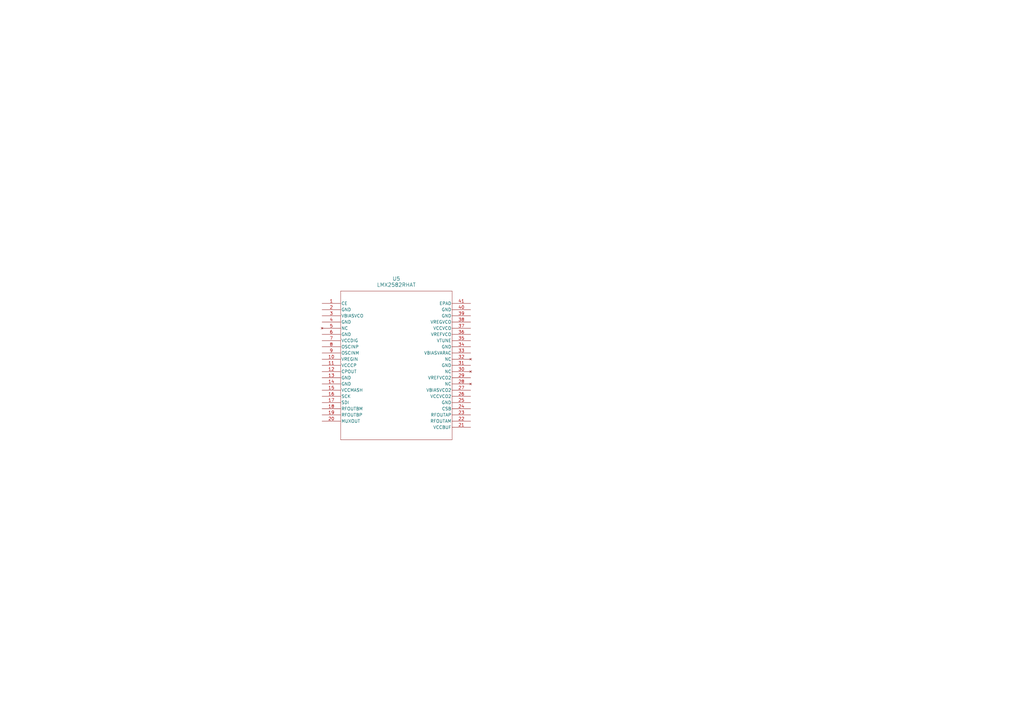
<source format=kicad_sch>
(kicad_sch (version 20230121) (generator eeschema)
  (paper "A3")
  (lib_symbols
    (symbol "LMX2582:LMX2582RHAT" (pin_names (offset 0.254))
      (property "Reference" "U" (at 30.48 10.16 0))
      (property "Value" "LMX2582RHAT" (at 30.48 7.62 0))
      (symbol "LMX2582RHAT_0_1"
        (polyline (pts (xy 7.62 -55.88) (xy 53.34 -55.88)) (stroke (width 0.127)))
        (polyline (pts (xy 7.62 5.08) (xy 7.62 -55.88)) (stroke (width 0.127)))
        (polyline (pts (xy 53.34 -55.88) (xy 53.34 5.08)) (stroke (width 0.127)))
        (polyline (pts (xy 53.34 5.08) (xy 7.62 5.08)) (stroke (width 0.127)))
        (pin input line (at 0 0 0) (length 7.62) (name "CE") (number "1"))
        (pin input line (at 0 -22.86 0) (length 7.62) (name "VREGIN") (number "10"))
        (pin power_in line (at 0 -25.4 0) (length 7.62) (name "VCCCP") (number "11"))
        (pin output line (at 0 -27.94 0) (length 7.62) (name "CPOUT") (number "12"))
        (pin power_in line (at 0 -30.48 0) (length 7.62) (name "GND") (number "13"))
        (pin power_in line (at 0 -33.02 0) (length 7.62) (name "GND") (number "14"))
        (pin power_in line (at 0 -35.56 0) (length 7.62) (name "VCCMASH") (number "15"))
        (pin input line (at 0 -38.1 0) (length 7.62) (name "SCK") (number "16"))
        (pin input line (at 0 -40.64 0) (length 7.62) (name "SDI") (number "17"))
        (pin output line (at 0 -43.18 0) (length 7.62) (name "RFOUTBM") (number "18"))
        (pin output line (at 0 -45.72 0) (length 7.62) (name "RFOUTBP") (number "19"))
        (pin power_in line (at 0 -2.54 0) (length 7.62) (name "GND") (number "2"))
        (pin output line (at 0 -48.26 0) (length 7.62) (name "MUXOUT") (number "20"))
        (pin power_in line (at 60.96 -50.8 180) (length 7.62) (name "VCCBUF") (number "21"))
        (pin output line (at 60.96 -48.26 180) (length 7.62) (name "RFOUTAM") (number "22"))
        (pin output line (at 60.96 -45.72 180) (length 7.62) (name "RFOUTAP") (number "23"))
        (pin input line (at 60.96 -43.18 180) (length 7.62) (name "CSB") (number "24"))
        (pin power_in line (at 60.96 -40.64 180) (length 7.62) (name "GND") (number "25"))
        (pin power_in line (at 60.96 -38.1 180) (length 7.62) (name "VCCVCO2") (number "26"))
        (pin power_in line (at 60.96 -35.56 180) (length 7.62) (name "VBIASVCO2") (number "27"))
        (pin no_connect line (at 60.96 -33.02 180) (length 7.62) (name "NC") (number "28"))
        (pin power_in line (at 60.96 -30.48 180) (length 7.62) (name "VREFVCO2") (number "29"))
        (pin power_in line (at 0 -5.08 0) (length 7.62) (name "VBIASVCO") (number "3"))
        (pin no_connect line (at 60.96 -27.94 180) (length 7.62) (name "NC") (number "30"))
        (pin power_in line (at 60.96 -25.4 180) (length 7.62) (name "GND") (number "31"))
        (pin no_connect line (at 60.96 -22.86 180) (length 7.62) (name "NC") (number "32"))
        (pin power_in line (at 60.96 -20.32 180) (length 7.62) (name "VBIASVARAC") (number "33"))
        (pin power_in line (at 60.96 -17.78 180) (length 7.62) (name "GND") (number "34"))
        (pin input line (at 60.96 -15.24 180) (length 7.62) (name "VTUNE") (number "35"))
        (pin power_in line (at 60.96 -12.7 180) (length 7.62) (name "VREFVCO") (number "36"))
        (pin power_in line (at 60.96 -10.16 180) (length 7.62) (name "VCCVCO") (number "37"))
        (pin power_in line (at 60.96 -7.62 180) (length 7.62) (name "VREGVCO") (number "38"))
        (pin power_in line (at 60.96 -5.08 180) (length 7.62) (name "GND") (number "39"))
        (pin power_in line (at 0 -7.62 0) (length 7.62) (name "GND") (number "4"))
        (pin power_in line (at 60.96 -2.54 180) (length 7.62) (name "GND") (number "40"))
        (pin unspecified line (at 60.96 0 180) (length 7.62) (name "EPAD") (number "41"))
        (pin no_connect line (at 0 -10.16 0) (length 7.62) (name "NC") (number "5"))
        (pin power_in line (at 0 -12.7 0) (length 7.62) (name "GND") (number "6"))
        (pin power_in line (at 0 -15.24 0) (length 7.62) (name "VCCDIG") (number "7"))
        (pin input line (at 0 -17.78 0) (length 7.62) (name "OSCINP") (number "8"))
        (pin input line (at 0 -20.32 0) (length 7.62) (name "OSCINM") (number "9"))
      )
    )
  )
  (symbol (lib_id "LMX2582:LMX2582RHAT") (at 132.08 124.46 0) (unit 1)
    (property "Reference" "U5" (at 162.56 114.3 0) (effects (font (size 1.524 1.524))))
    (property "Value" "LMX2582RHAT" (at 162.56 116.84 0) (effects (font (size 1.524 1.524))))
    (property "Footprint" "RHA40_TEX" (effects hide))
    (property "Datasheet" "LMX2582RHAT" (effects hide))
  )
)
</source>
